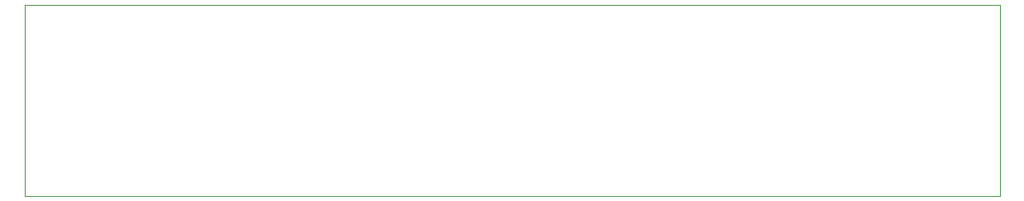
<source format=gbr>
%TF.GenerationSoftware,KiCad,Pcbnew,8.0.3*%
%TF.CreationDate,2024-06-20T21:51:27+02:00*%
%TF.ProjectId,KIA-OBD2-DISPLAY,4b49412d-4f42-4443-922d-444953504c41,rev?*%
%TF.SameCoordinates,Original*%
%TF.FileFunction,Profile,NP*%
%FSLAX46Y46*%
G04 Gerber Fmt 4.6, Leading zero omitted, Abs format (unit mm)*
G04 Created by KiCad (PCBNEW 8.0.3) date 2024-06-20 21:51:27*
%MOMM*%
%LPD*%
G01*
G04 APERTURE LIST*
%TA.AperFunction,Profile*%
%ADD10C,0.050000*%
%TD*%
G04 APERTURE END LIST*
D10*
X225400000Y-97150000D02*
X225400000Y-97400000D01*
X225400000Y-97100000D02*
X225400000Y-97150000D01*
X125596700Y-97150000D02*
X125596700Y-97400000D01*
X225400000Y-78000000D02*
X225400000Y-77800000D01*
X125596700Y-97400000D02*
X225400000Y-97400000D01*
X225400000Y-77800000D02*
X214900000Y-77800000D01*
X225400000Y-97000000D02*
X225400000Y-78000000D01*
X214900000Y-77800000D02*
X201000000Y-77800000D01*
X125596700Y-77800000D02*
X125596700Y-97150000D01*
X225400000Y-97000000D02*
X225400000Y-97100000D01*
X125596700Y-77800000D02*
X201000000Y-77800000D01*
M02*

</source>
